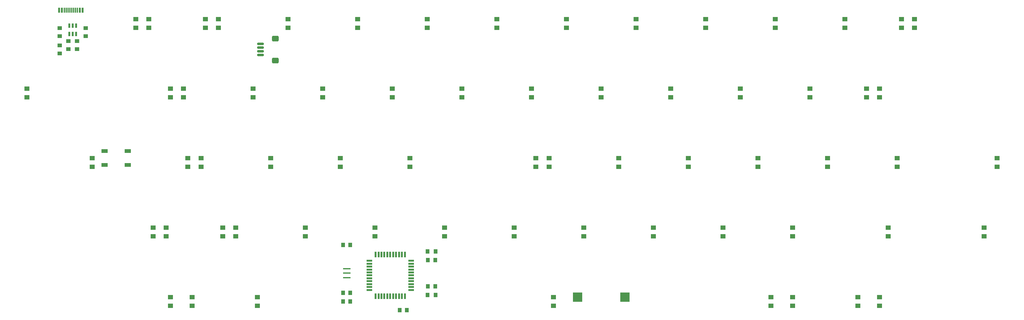
<source format=gbr>
G04 #@! TF.GenerationSoftware,KiCad,Pcbnew,(5.99.0-9972-g9020611657)*
G04 #@! TF.CreationDate,2021-03-30T08:21:05+08:00*
G04 #@! TF.ProjectId,plain60-c,706c6169-6e36-4302-9d63-2e6b69636164,rev?*
G04 #@! TF.SameCoordinates,Original*
G04 #@! TF.FileFunction,Paste,Bot*
G04 #@! TF.FilePolarity,Positive*
%FSLAX46Y46*%
G04 Gerber Fmt 4.6, Leading zero omitted, Abs format (unit mm)*
G04 Created by KiCad (PCBNEW (5.99.0-9972-g9020611657)) date 2021-03-30 08:21:05*
%MOMM*%
%LPD*%
G01*
G04 APERTURE LIST*
G04 Aperture macros list*
%AMRoundRect*
0 Rectangle with rounded corners*
0 $1 Rounding radius*
0 $2 $3 $4 $5 $6 $7 $8 $9 X,Y pos of 4 corners*
0 Add a 4 corners polygon primitive as box body*
4,1,4,$2,$3,$4,$5,$6,$7,$8,$9,$2,$3,0*
0 Add four circle primitives for the rounded corners*
1,1,$1+$1,$2,$3*
1,1,$1+$1,$4,$5*
1,1,$1+$1,$6,$7*
1,1,$1+$1,$8,$9*
0 Add four rect primitives between the rounded corners*
20,1,$1+$1,$2,$3,$4,$5,0*
20,1,$1+$1,$4,$5,$6,$7,0*
20,1,$1+$1,$6,$7,$8,$9,0*
20,1,$1+$1,$8,$9,$2,$3,0*%
G04 Aperture macros list end*
%ADD10R,1.400000X1.200000*%
%ADD11R,0.550000X1.500000*%
%ADD12R,1.500000X0.550000*%
%ADD13R,2.000000X0.400000*%
%ADD14R,1.700000X1.000000*%
%ADD15R,1.000000X1.300000*%
%ADD16R,1.300000X1.000000*%
%ADD17R,0.600000X1.450000*%
%ADD18R,0.300000X1.450000*%
%ADD19R,1.000000X1.250000*%
%ADD20R,0.600000X1.200000*%
%ADD21RoundRect,0.150000X-0.775000X0.150000X-0.775000X-0.150000X0.775000X-0.150000X0.775000X0.150000X0*%
%ADD22RoundRect,0.332800X-0.567200X0.467200X-0.567200X-0.467200X0.567200X-0.467200X0.567200X0.467200X0*%
%ADD23R,2.500000X2.500000*%
G04 APERTURE END LIST*
D10*
X239911139Y-88115698D03*
X239911139Y-85715698D03*
X216098619Y-88115698D03*
X216098619Y-85715698D03*
X210145489Y-88115698D03*
X210145489Y-85715698D03*
X150614189Y-88115698D03*
X150614189Y-85715698D03*
X69651621Y-88115698D03*
X69651621Y-85715698D03*
X268486163Y-69065682D03*
X268486163Y-66665682D03*
X242292391Y-69065682D03*
X242292391Y-66665682D03*
X216098619Y-69065682D03*
X216098619Y-66665682D03*
X197048603Y-69065682D03*
X197048603Y-66665682D03*
X139898555Y-69065682D03*
X139898555Y-66665682D03*
X101798523Y-69065682D03*
X101798523Y-66665682D03*
X82748507Y-69065682D03*
X82748507Y-66665682D03*
X220861123Y-30965650D03*
X220861123Y-28565650D03*
X225623627Y-50015666D03*
X225623627Y-47615666D03*
X49410979Y-30965650D03*
X49410979Y-28565650D03*
X182761091Y-30965650D03*
X182761091Y-28565650D03*
X206573611Y-50015666D03*
X206573611Y-47615666D03*
X111323531Y-50015666D03*
X111323531Y-47615666D03*
X24407833Y-50015666D03*
X24407833Y-47615666D03*
X187523595Y-50015666D03*
X187523595Y-47615666D03*
X145851685Y-50015666D03*
X145851685Y-47615666D03*
X50601605Y-50015666D03*
X50601605Y-47615666D03*
X73223499Y-50015666D03*
X73223499Y-47615666D03*
X106561027Y-30965650D03*
X106561027Y-28565650D03*
X201811107Y-30965650D03*
X201811107Y-28565650D03*
X125611043Y-30965650D03*
X125611043Y-28565650D03*
X163711075Y-30965650D03*
X163711075Y-28565650D03*
X244673643Y-50015666D03*
X244673643Y-47615666D03*
X149423563Y-50015666D03*
X149423563Y-47615666D03*
X92273515Y-50015666D03*
X92273515Y-47615666D03*
X60126613Y-69065682D03*
X60126613Y-66665682D03*
X158948571Y-69065682D03*
X158948571Y-66665682D03*
X272058041Y-50015666D03*
X272058041Y-47615666D03*
X51792231Y-88115698D03*
X51792231Y-85715698D03*
X168473579Y-50015666D03*
X168473579Y-47615666D03*
X87511011Y-30965650D03*
X87511011Y-28565650D03*
X239911139Y-30965650D03*
X239911139Y-28565650D03*
X54173483Y-50015666D03*
X54173483Y-47615666D03*
X144661059Y-30965650D03*
X144661059Y-28565650D03*
X177998587Y-69065682D03*
X177998587Y-66665682D03*
X120848539Y-69065682D03*
X120848539Y-66665682D03*
X68460995Y-30965650D03*
X68460995Y-28565650D03*
D11*
X109965714Y-85471942D03*
X109165714Y-85471942D03*
X108365714Y-85471942D03*
X107565714Y-85471942D03*
X106765714Y-85471942D03*
X105965714Y-85471942D03*
X105165714Y-85471942D03*
X104365714Y-85471942D03*
X103565714Y-85471942D03*
X102765714Y-85471942D03*
X101965714Y-85471942D03*
D12*
X100265714Y-83771942D03*
X100265714Y-82971942D03*
X100265714Y-82171942D03*
X100265714Y-81371942D03*
X100265714Y-80571942D03*
X100265714Y-79771942D03*
X100265714Y-78971942D03*
X100265714Y-78171942D03*
X100265714Y-77371942D03*
X100265714Y-76571942D03*
X100265714Y-75771942D03*
D11*
X101965714Y-74071942D03*
X102765714Y-74071942D03*
X103565714Y-74071942D03*
X104365714Y-74071942D03*
X105165714Y-74071942D03*
X105965714Y-74071942D03*
X106765714Y-74071942D03*
X107565714Y-74071942D03*
X108365714Y-74071942D03*
X109165714Y-74071942D03*
X109965714Y-74071942D03*
D12*
X111665714Y-75771942D03*
X111665714Y-76571942D03*
X111665714Y-77371942D03*
X111665714Y-78171942D03*
X111665714Y-78971942D03*
X111665714Y-79771942D03*
X111665714Y-80571942D03*
X111665714Y-81371942D03*
X111665714Y-82171942D03*
X111665714Y-82971942D03*
X111665714Y-83771942D03*
D13*
X94059454Y-77976629D03*
X94059454Y-80376629D03*
X94059454Y-79176629D03*
D14*
X27806276Y-45725040D03*
X34106276Y-45725040D03*
X34106276Y-49525040D03*
X27806276Y-49525040D03*
D15*
X118376661Y-73223499D03*
X116176661Y-73223499D03*
D10*
X173236083Y-11915634D03*
X173236083Y-9515634D03*
X249436147Y-11915634D03*
X249436147Y-9515634D03*
X154186067Y-11915634D03*
X154186067Y-9515634D03*
X230386131Y-11915634D03*
X230386131Y-9515634D03*
X192286099Y-11915634D03*
X192286099Y-9515634D03*
X245864269Y-11915634D03*
X245864269Y-9515634D03*
X45839101Y-30965650D03*
X45839101Y-28565650D03*
X6548443Y-30965650D03*
X6548443Y-28565650D03*
X211336115Y-11915634D03*
X211336115Y-9515634D03*
X116086035Y-11915634D03*
X116086035Y-9515634D03*
X55364109Y-11915634D03*
X55364109Y-9515634D03*
X77986003Y-11915634D03*
X77986003Y-9515634D03*
X135136051Y-11915634D03*
X135136051Y-9515634D03*
X97036019Y-11915634D03*
X97036019Y-9515634D03*
X58935987Y-11915634D03*
X58935987Y-9515634D03*
X233958009Y-88115698D03*
X233958009Y-85715698D03*
D16*
X17859390Y-17768764D03*
X17859390Y-15568764D03*
D17*
X15343000Y-7075000D03*
X16118000Y-7075000D03*
D18*
X16818000Y-7075000D03*
X17318000Y-7075000D03*
X17818000Y-7075000D03*
X18318000Y-7075000D03*
X18818000Y-7075000D03*
X19318000Y-7075000D03*
X19818000Y-7075000D03*
X20318000Y-7075000D03*
D17*
X21018000Y-7075000D03*
X21793000Y-7075000D03*
D10*
X63698491Y-69065682D03*
X63698491Y-66665682D03*
D19*
X118276661Y-82748507D03*
X116276661Y-82748507D03*
X118276661Y-75604751D03*
X116276661Y-75604751D03*
D10*
X41076597Y-69065682D03*
X41076597Y-66665682D03*
X236339261Y-30965650D03*
X236339261Y-28565650D03*
D16*
X15478138Y-18959390D03*
X15478138Y-16759390D03*
D10*
X36314093Y-11915634D03*
X36314093Y-9515634D03*
X44648475Y-69065682D03*
X44648475Y-66665682D03*
D16*
X20240642Y-15568764D03*
X20240642Y-17768764D03*
D19*
X95059454Y-86915698D03*
X93059454Y-86915698D03*
X93059454Y-84534446D03*
X95059454Y-84534446D03*
D15*
X116176661Y-85129759D03*
X118376661Y-85129759D03*
D16*
X22621894Y-11996886D03*
X22621894Y-14196886D03*
D10*
X39885971Y-11915634D03*
X39885971Y-9515634D03*
X45839101Y-88115698D03*
X45839101Y-85715698D03*
D20*
X18100016Y-11351573D03*
X19050016Y-11351573D03*
X20000016Y-11351573D03*
X20000016Y-13651573D03*
X19050016Y-13651573D03*
X18100016Y-13651573D03*
D16*
X15478138Y-14196886D03*
X15478138Y-11996886D03*
D21*
X70478186Y-16359390D03*
X70478186Y-17359390D03*
X70478186Y-18359390D03*
X70478186Y-19359390D03*
D22*
X74503186Y-14859390D03*
X74503186Y-20859390D03*
D23*
X157211075Y-85725072D03*
X170211075Y-85725072D03*
D19*
X110537592Y-89296950D03*
X108537592Y-89296950D03*
X93059454Y-71437560D03*
X95059454Y-71437560D03*
M02*

</source>
